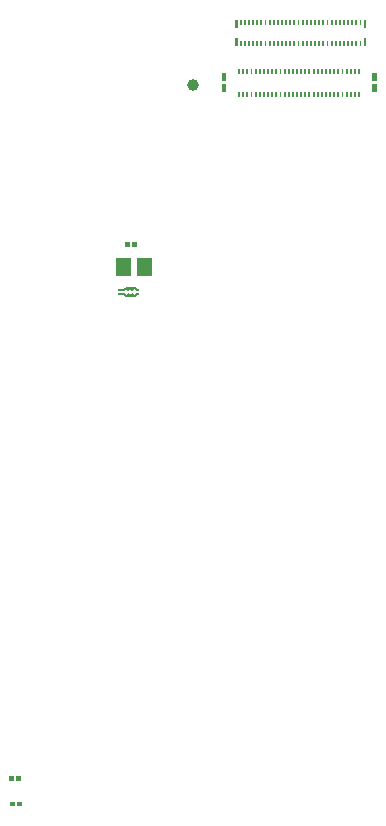
<source format=gbr>
G04 start of page 15 for group -4015 idx -4015 *
G04 Title: (unknown), toppaste *
G04 Creator: pcb 4.2.0 *
G04 CreationDate: Sat Jul  4 16:09:31 2020 UTC *
G04 For: commonadmin *
G04 Format: Gerber/RS-274X *
G04 PCB-Dimensions (mil): 3500.00 8250.00 *
G04 PCB-Coordinate-Origin: lower left *
%MOIN*%
%FSLAX25Y25*%
%LNTOPPASTE*%
%ADD207C,0.0394*%
%ADD206C,0.0001*%
%ADD205C,0.0060*%
G54D205*X70207Y716750D02*X73207D01*
X73907Y717450D01*
X69507D02*X70207Y716750D01*
G54D206*G36*
X67707Y717750D02*Y717150D01*
X69807D01*
Y717750D01*
X67707D01*
G37*
G36*
X73607D02*Y717150D01*
X74707D01*
Y717750D01*
X73607D01*
G37*
G54D205*X70507Y716750D02*X71107Y717350D01*
X71707Y716750D01*
X72307Y717350D02*X72907Y716750D01*
X71707D02*X72307Y717350D01*
X70207Y719350D02*X73307D01*
X73907Y718750D01*
X69607D02*X70207Y719350D01*
G54D206*G36*
X67707Y719050D02*Y718450D01*
X69907D01*
Y719050D01*
X67707D01*
G37*
G36*
X73607D02*Y718450D01*
X74707D01*
Y719050D01*
X73607D01*
G37*
G54D205*X70407Y719350D02*X71107Y718650D01*
X70207Y719350D02*X70407D01*
X71107Y718650D02*X71807Y719350D01*
X71607D02*X72307Y718650D01*
X73007Y719350D01*
G54D206*G36*
X72016Y729452D02*X66898D01*
Y723548D01*
X72016D01*
Y729452D01*
G37*
G36*
X79102D02*X73984D01*
Y723548D01*
X79102D01*
Y729452D01*
G37*
G36*
X69989Y734787D02*Y733213D01*
X71563D01*
Y734787D01*
X69989D01*
G37*
G36*
X72351D02*Y733213D01*
X73925D01*
Y734787D01*
X72351D01*
G37*
G36*
X150331Y802866D02*X149504D01*
Y800110D01*
X150331D01*
Y802866D01*
G37*
G36*
Y808890D02*X149504D01*
Y806134D01*
X150331D01*
Y808890D01*
G37*
G36*
X107457Y802866D02*X106630D01*
Y800110D01*
X107457D01*
Y802866D01*
G37*
G36*
Y808890D02*X106630D01*
Y806134D01*
X107457D01*
Y808890D01*
G37*
G36*
X148776Y801862D02*X148146D01*
Y800051D01*
X148776D01*
Y801862D01*
G37*
G36*
X147398D02*X146768D01*
Y800051D01*
X147398D01*
Y801862D01*
G37*
G36*
X146020D02*X145390D01*
Y800051D01*
X146020D01*
Y801862D01*
G37*
G36*
X144642D02*X144012D01*
Y800051D01*
X144642D01*
Y801862D01*
G37*
G36*
X143264D02*X142634D01*
Y800051D01*
X143264D01*
Y801862D01*
G37*
G36*
X141886D02*X141256D01*
Y800051D01*
X141886D01*
Y801862D01*
G37*
G36*
X140508D02*X139878D01*
Y800051D01*
X140508D01*
Y801862D01*
G37*
G36*
X139130D02*X138500D01*
Y800051D01*
X139130D01*
Y801862D01*
G37*
G36*
X137752D02*X137122D01*
Y800051D01*
X137752D01*
Y801862D01*
G37*
G36*
X136374D02*X135744D01*
Y800051D01*
X136374D01*
Y801862D01*
G37*
G36*
X134996D02*X134366D01*
Y800051D01*
X134996D01*
Y801862D01*
G37*
G36*
X133618D02*X132988D01*
Y800051D01*
X133618D01*
Y801862D01*
G37*
G36*
X132240D02*X131610D01*
Y800051D01*
X132240D01*
Y801862D01*
G37*
G36*
X130862D02*X130232D01*
Y800051D01*
X130862D01*
Y801862D01*
G37*
G36*
X129484D02*X128854D01*
Y800051D01*
X129484D01*
Y801862D01*
G37*
G36*
X128106D02*X127476D01*
Y800051D01*
X128106D01*
Y801862D01*
G37*
G36*
X126728D02*X126098D01*
Y800051D01*
X126728D01*
Y801862D01*
G37*
G36*
X125350D02*X124720D01*
Y800051D01*
X125350D01*
Y801862D01*
G37*
G36*
X123972D02*X123343D01*
Y800051D01*
X123972D01*
Y801862D01*
G37*
G36*
X122594D02*X121965D01*
Y800051D01*
X122594D01*
Y801862D01*
G37*
G36*
X121217D02*X120587D01*
Y800051D01*
X121217D01*
Y801862D01*
G37*
G36*
X119839D02*X119209D01*
Y800051D01*
X119839D01*
Y801862D01*
G37*
G36*
X118461D02*X117831D01*
Y800051D01*
X118461D01*
Y801862D01*
G37*
G36*
X117083D02*X116453D01*
Y800051D01*
X117083D01*
Y801862D01*
G37*
G36*
X115705D02*X115075D01*
Y800051D01*
X115705D01*
Y801862D01*
G37*
G36*
X114327D02*X113697D01*
Y800051D01*
X114327D01*
Y801862D01*
G37*
G36*
X112949D02*X112319D01*
Y800051D01*
X112949D01*
Y801862D01*
G37*
G36*
X111571D02*X110941D01*
Y800051D01*
X111571D01*
Y801862D01*
G37*
G36*
X110193D02*X109563D01*
Y800051D01*
X110193D01*
Y801862D01*
G37*
G36*
X108815D02*X108185D01*
Y800051D01*
X108815D01*
Y801862D01*
G37*
G36*
X148776Y808949D02*X148146D01*
Y807138D01*
X148776D01*
Y808949D01*
G37*
G36*
X147398D02*X146768D01*
Y807138D01*
X147398D01*
Y808949D01*
G37*
G36*
X146020D02*X145390D01*
Y807138D01*
X146020D01*
Y808949D01*
G37*
G36*
X144642D02*X144012D01*
Y807138D01*
X144642D01*
Y808949D01*
G37*
G36*
X143264D02*X142634D01*
Y807138D01*
X143264D01*
Y808949D01*
G37*
G36*
X141886D02*X141256D01*
Y807138D01*
X141886D01*
Y808949D01*
G37*
G36*
X140508D02*X139878D01*
Y807138D01*
X140508D01*
Y808949D01*
G37*
G36*
X139130D02*X138500D01*
Y807138D01*
X139130D01*
Y808949D01*
G37*
G36*
X137752D02*X137122D01*
Y807138D01*
X137752D01*
Y808949D01*
G37*
G36*
X136374D02*X135744D01*
Y807138D01*
X136374D01*
Y808949D01*
G37*
G36*
X134996D02*X134366D01*
Y807138D01*
X134996D01*
Y808949D01*
G37*
G36*
X133618D02*X132988D01*
Y807138D01*
X133618D01*
Y808949D01*
G37*
G36*
X132240D02*X131610D01*
Y807138D01*
X132240D01*
Y808949D01*
G37*
G36*
X130862D02*X130232D01*
Y807138D01*
X130862D01*
Y808949D01*
G37*
G36*
X129484D02*X128854D01*
Y807138D01*
X129484D01*
Y808949D01*
G37*
G36*
X128106D02*X127476D01*
Y807138D01*
X128106D01*
Y808949D01*
G37*
G36*
X126728D02*X126098D01*
Y807138D01*
X126728D01*
Y808949D01*
G37*
G36*
X125350D02*X124720D01*
Y807138D01*
X125350D01*
Y808949D01*
G37*
G36*
X123972D02*X123343D01*
Y807138D01*
X123972D01*
Y808949D01*
G37*
G36*
X122594D02*X121965D01*
Y807138D01*
X122594D01*
Y808949D01*
G37*
G36*
X121217D02*X120587D01*
Y807138D01*
X121217D01*
Y808949D01*
G37*
G36*
X119839D02*X119209D01*
Y807138D01*
X119839D01*
Y808949D01*
G37*
G36*
X118461D02*X117831D01*
Y807138D01*
X118461D01*
Y808949D01*
G37*
G36*
X117083D02*X116453D01*
Y807138D01*
X117083D01*
Y808949D01*
G37*
G36*
X115705D02*X115075D01*
Y807138D01*
X115705D01*
Y808949D01*
G37*
G36*
X114327D02*X113697D01*
Y807138D01*
X114327D01*
Y808949D01*
G37*
G36*
X112949D02*X112319D01*
Y807138D01*
X112949D01*
Y808949D01*
G37*
G36*
X111571D02*X110941D01*
Y807138D01*
X111571D01*
Y808949D01*
G37*
G36*
X110193D02*X109563D01*
Y807138D01*
X110193D01*
Y808949D01*
G37*
G36*
X108815D02*X108185D01*
Y807138D01*
X108815D01*
Y808949D01*
G37*
G36*
X108315Y792646D02*X107685D01*
Y790835D01*
X108315D01*
Y792646D01*
G37*
G36*
X109693D02*X109063D01*
Y790835D01*
X109693D01*
Y792646D01*
G37*
G36*
X111071D02*X110441D01*
Y790835D01*
X111071D01*
Y792646D01*
G37*
G36*
X112449D02*X111819D01*
Y790835D01*
X112449D01*
Y792646D01*
G37*
G36*
X113827D02*X113197D01*
Y790835D01*
X113827D01*
Y792646D01*
G37*
G36*
X115205D02*X114575D01*
Y790835D01*
X115205D01*
Y792646D01*
G37*
G36*
X116583D02*X115953D01*
Y790835D01*
X116583D01*
Y792646D01*
G37*
G36*
X117961D02*X117331D01*
Y790835D01*
X117961D01*
Y792646D01*
G37*
G36*
X119339D02*X118709D01*
Y790835D01*
X119339D01*
Y792646D01*
G37*
G36*
X120717D02*X120087D01*
Y790835D01*
X120717D01*
Y792646D01*
G37*
G36*
X122094D02*X121465D01*
Y790835D01*
X122094D01*
Y792646D01*
G37*
G36*
X123472D02*X122843D01*
Y790835D01*
X123472D01*
Y792646D01*
G37*
G36*
X124850D02*X124220D01*
Y790835D01*
X124850D01*
Y792646D01*
G37*
G36*
X126228D02*X125598D01*
Y790835D01*
X126228D01*
Y792646D01*
G37*
G36*
X127606D02*X126976D01*
Y790835D01*
X127606D01*
Y792646D01*
G37*
G36*
X128984D02*X128354D01*
Y790835D01*
X128984D01*
Y792646D01*
G37*
G36*
X130362D02*X129732D01*
Y790835D01*
X130362D01*
Y792646D01*
G37*
G36*
X131740D02*X131110D01*
Y790835D01*
X131740D01*
Y792646D01*
G37*
G36*
X133118D02*X132488D01*
Y790835D01*
X133118D01*
Y792646D01*
G37*
G36*
X134496D02*X133866D01*
Y790835D01*
X134496D01*
Y792646D01*
G37*
G36*
X135874D02*X135244D01*
Y790835D01*
X135874D01*
Y792646D01*
G37*
G36*
X137252D02*X136622D01*
Y790835D01*
X137252D01*
Y792646D01*
G37*
G36*
X138630D02*X138000D01*
Y790835D01*
X138630D01*
Y792646D01*
G37*
G36*
X140008D02*X139378D01*
Y790835D01*
X140008D01*
Y792646D01*
G37*
G36*
X141386D02*X140756D01*
Y790835D01*
X141386D01*
Y792646D01*
G37*
G36*
X142764D02*X142134D01*
Y790835D01*
X142764D01*
Y792646D01*
G37*
G36*
X144142D02*X143512D01*
Y790835D01*
X144142D01*
Y792646D01*
G37*
G36*
X145520D02*X144890D01*
Y790835D01*
X145520D01*
Y792646D01*
G37*
G36*
X146898D02*X146268D01*
Y790835D01*
X146898D01*
Y792646D01*
G37*
G36*
X148276D02*X147646D01*
Y790835D01*
X148276D01*
Y792646D01*
G37*
G36*
X108315Y784969D02*X107685D01*
Y783157D01*
X108315D01*
Y784969D01*
G37*
G36*
X109693D02*X109063D01*
Y783157D01*
X109693D01*
Y784969D01*
G37*
G36*
X111071D02*X110441D01*
Y783157D01*
X111071D01*
Y784969D01*
G37*
G36*
X112449D02*X111819D01*
Y783157D01*
X112449D01*
Y784969D01*
G37*
G36*
X113827D02*X113197D01*
Y783157D01*
X113827D01*
Y784969D01*
G37*
G36*
X115205D02*X114575D01*
Y783157D01*
X115205D01*
Y784969D01*
G37*
G36*
X116583D02*X115953D01*
Y783157D01*
X116583D01*
Y784969D01*
G37*
G36*
X117961D02*X117331D01*
Y783157D01*
X117961D01*
Y784969D01*
G37*
G36*
X119339D02*X118709D01*
Y783157D01*
X119339D01*
Y784969D01*
G37*
G36*
X120717D02*X120087D01*
Y783157D01*
X120717D01*
Y784969D01*
G37*
G36*
X122094D02*X121465D01*
Y783157D01*
X122094D01*
Y784969D01*
G37*
G36*
X123472D02*X122843D01*
Y783157D01*
X123472D01*
Y784969D01*
G37*
G36*
X124850D02*X124220D01*
Y783157D01*
X124850D01*
Y784969D01*
G37*
G36*
X126228D02*X125598D01*
Y783157D01*
X126228D01*
Y784969D01*
G37*
G36*
X127606D02*X126976D01*
Y783157D01*
X127606D01*
Y784969D01*
G37*
G36*
X128984D02*X128354D01*
Y783157D01*
X128984D01*
Y784969D01*
G37*
G36*
X130362D02*X129732D01*
Y783157D01*
X130362D01*
Y784969D01*
G37*
G36*
X131740D02*X131110D01*
Y783157D01*
X131740D01*
Y784969D01*
G37*
G36*
X133118D02*X132488D01*
Y783157D01*
X133118D01*
Y784969D01*
G37*
G36*
X134496D02*X133866D01*
Y783157D01*
X134496D01*
Y784969D01*
G37*
G36*
X135874D02*X135244D01*
Y783157D01*
X135874D01*
Y784969D01*
G37*
G36*
X137252D02*X136622D01*
Y783157D01*
X137252D01*
Y784969D01*
G37*
G36*
X138630D02*X138000D01*
Y783157D01*
X138630D01*
Y784969D01*
G37*
G36*
X140008D02*X139378D01*
Y783157D01*
X140008D01*
Y784969D01*
G37*
G36*
X141386D02*X140756D01*
Y783157D01*
X141386D01*
Y784969D01*
G37*
G36*
X142764D02*X142134D01*
Y783157D01*
X142764D01*
Y784969D01*
G37*
G36*
X144142D02*X143512D01*
Y783157D01*
X144142D01*
Y784969D01*
G37*
G36*
X145520D02*X144890D01*
Y783157D01*
X145520D01*
Y784969D01*
G37*
G36*
X146898D02*X146268D01*
Y783157D01*
X146898D01*
Y784969D01*
G37*
G36*
X148276D02*X147646D01*
Y783157D01*
X148276D01*
Y784969D01*
G37*
G36*
X103591Y791268D02*X102173D01*
Y788472D01*
X103591D01*
Y791268D01*
G37*
G36*
Y787528D02*X102173D01*
Y784732D01*
X103591D01*
Y787528D01*
G37*
G36*
X153787D02*X152370D01*
Y784732D01*
X153787D01*
Y787528D01*
G37*
G36*
Y791268D02*X152370D01*
Y788472D01*
X153787D01*
Y791268D01*
G37*
G54D207*X92500Y787000D03*
G54D206*G36*
X31713Y548287D02*Y546713D01*
X33287D01*
Y548287D01*
X31713D01*
G37*
G36*
X34075D02*Y546713D01*
X35649D01*
Y548287D01*
X34075D01*
G37*
G36*
X31351Y556787D02*Y555213D01*
X32925D01*
Y556787D01*
X31351D01*
G37*
G36*
X33713D02*Y555213D01*
X35287D01*
Y556787D01*
X33713D01*
G37*
M02*

</source>
